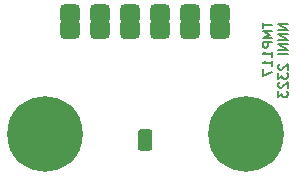
<source format=gbr>
%TF.GenerationSoftware,KiCad,Pcbnew,(7.0.0)*%
%TF.CreationDate,2023-06-10T23:31:31+02:00*%
%TF.ProjectId,TMP117 Breakout,544d5031-3137-4204-9272-65616b6f7574,rev?*%
%TF.SameCoordinates,Original*%
%TF.FileFunction,Soldermask,Bot*%
%TF.FilePolarity,Negative*%
%FSLAX46Y46*%
G04 Gerber Fmt 4.6, Leading zero omitted, Abs format (unit mm)*
G04 Created by KiCad (PCBNEW (7.0.0)) date 2023-06-10 23:31:31*
%MOMM*%
%LPD*%
G01*
G04 APERTURE LIST*
G04 Aperture macros list*
%AMRoundRect*
0 Rectangle with rounded corners*
0 $1 Rounding radius*
0 $2 $3 $4 $5 $6 $7 $8 $9 X,Y pos of 4 corners*
0 Add a 4 corners polygon primitive as box body*
4,1,4,$2,$3,$4,$5,$6,$7,$8,$9,$2,$3,0*
0 Add four circle primitives for the rounded corners*
1,1,$1+$1,$2,$3*
1,1,$1+$1,$4,$5*
1,1,$1+$1,$6,$7*
1,1,$1+$1,$8,$9*
0 Add four rect primitives between the rounded corners*
20,1,$1+$1,$2,$3,$4,$5,0*
20,1,$1+$1,$4,$5,$6,$7,0*
20,1,$1+$1,$6,$7,$8,$9,0*
20,1,$1+$1,$8,$9,$2,$3,0*%
G04 Aperture macros list end*
%ADD10C,0.152400*%
%ADD11C,0.800000*%
%ADD12C,6.400000*%
%ADD13RoundRect,0.425000X0.425000X-0.425000X0.425000X0.425000X-0.425000X0.425000X-0.425000X-0.425000X0*%
G04 APERTURE END LIST*
D10*
X149943583Y-90077409D02*
X149943583Y-90541866D01*
X150756383Y-90309638D02*
X149943583Y-90309638D01*
X150756383Y-90812799D02*
X149943583Y-90812799D01*
X149943583Y-90812799D02*
X150524154Y-91083733D01*
X150524154Y-91083733D02*
X149943583Y-91354666D01*
X149943583Y-91354666D02*
X150756383Y-91354666D01*
X150756383Y-91741713D02*
X149943583Y-91741713D01*
X149943583Y-91741713D02*
X149943583Y-92051351D01*
X149943583Y-92051351D02*
X149982288Y-92128761D01*
X149982288Y-92128761D02*
X150020992Y-92167466D01*
X150020992Y-92167466D02*
X150098402Y-92206170D01*
X150098402Y-92206170D02*
X150214516Y-92206170D01*
X150214516Y-92206170D02*
X150291926Y-92167466D01*
X150291926Y-92167466D02*
X150330630Y-92128761D01*
X150330630Y-92128761D02*
X150369335Y-92051351D01*
X150369335Y-92051351D02*
X150369335Y-91741713D01*
X150756383Y-92980266D02*
X150756383Y-92515809D01*
X150756383Y-92748037D02*
X149943583Y-92748037D01*
X149943583Y-92748037D02*
X150059697Y-92670628D01*
X150059697Y-92670628D02*
X150137107Y-92593218D01*
X150137107Y-92593218D02*
X150175811Y-92515809D01*
X150756383Y-93754361D02*
X150756383Y-93289904D01*
X150756383Y-93522132D02*
X149943583Y-93522132D01*
X149943583Y-93522132D02*
X150059697Y-93444723D01*
X150059697Y-93444723D02*
X150137107Y-93367313D01*
X150137107Y-93367313D02*
X150175811Y-93289904D01*
X149943583Y-94025294D02*
X149943583Y-94567160D01*
X149943583Y-94567160D02*
X150756383Y-94218818D01*
X152073119Y-90193523D02*
X151260319Y-90193523D01*
X151260319Y-90193523D02*
X152073119Y-90657980D01*
X152073119Y-90657980D02*
X151260319Y-90657980D01*
X152073119Y-91045028D02*
X151260319Y-91045028D01*
X151260319Y-91045028D02*
X152073119Y-91509485D01*
X152073119Y-91509485D02*
X151260319Y-91509485D01*
X152073119Y-91896533D02*
X151260319Y-91896533D01*
X151260319Y-91896533D02*
X152073119Y-92360990D01*
X152073119Y-92360990D02*
X151260319Y-92360990D01*
X152073119Y-92748038D02*
X151260319Y-92748038D01*
X151337728Y-93584062D02*
X151299024Y-93622766D01*
X151299024Y-93622766D02*
X151260319Y-93700176D01*
X151260319Y-93700176D02*
X151260319Y-93893700D01*
X151260319Y-93893700D02*
X151299024Y-93971109D01*
X151299024Y-93971109D02*
X151337728Y-94009814D01*
X151337728Y-94009814D02*
X151415138Y-94048519D01*
X151415138Y-94048519D02*
X151492547Y-94048519D01*
X151492547Y-94048519D02*
X151608662Y-94009814D01*
X151608662Y-94009814D02*
X152073119Y-93545357D01*
X152073119Y-93545357D02*
X152073119Y-94048519D01*
X151260319Y-94319452D02*
X151260319Y-94822614D01*
X151260319Y-94822614D02*
X151569957Y-94551680D01*
X151569957Y-94551680D02*
X151569957Y-94667795D01*
X151569957Y-94667795D02*
X151608662Y-94745204D01*
X151608662Y-94745204D02*
X151647366Y-94783909D01*
X151647366Y-94783909D02*
X151724776Y-94822614D01*
X151724776Y-94822614D02*
X151918300Y-94822614D01*
X151918300Y-94822614D02*
X151995709Y-94783909D01*
X151995709Y-94783909D02*
X152034414Y-94745204D01*
X152034414Y-94745204D02*
X152073119Y-94667795D01*
X152073119Y-94667795D02*
X152073119Y-94435566D01*
X152073119Y-94435566D02*
X152034414Y-94358157D01*
X152034414Y-94358157D02*
X151995709Y-94319452D01*
X151337728Y-95132252D02*
X151299024Y-95170956D01*
X151299024Y-95170956D02*
X151260319Y-95248366D01*
X151260319Y-95248366D02*
X151260319Y-95441890D01*
X151260319Y-95441890D02*
X151299024Y-95519299D01*
X151299024Y-95519299D02*
X151337728Y-95558004D01*
X151337728Y-95558004D02*
X151415138Y-95596709D01*
X151415138Y-95596709D02*
X151492547Y-95596709D01*
X151492547Y-95596709D02*
X151608662Y-95558004D01*
X151608662Y-95558004D02*
X152073119Y-95093547D01*
X152073119Y-95093547D02*
X152073119Y-95596709D01*
X151260319Y-95867642D02*
X151260319Y-96370804D01*
X151260319Y-96370804D02*
X151569957Y-96099870D01*
X151569957Y-96099870D02*
X151569957Y-96215985D01*
X151569957Y-96215985D02*
X151608662Y-96293394D01*
X151608662Y-96293394D02*
X151647366Y-96332099D01*
X151647366Y-96332099D02*
X151724776Y-96370804D01*
X151724776Y-96370804D02*
X151918300Y-96370804D01*
X151918300Y-96370804D02*
X151995709Y-96332099D01*
X151995709Y-96332099D02*
X152034414Y-96293394D01*
X152034414Y-96293394D02*
X152073119Y-96215985D01*
X152073119Y-96215985D02*
X152073119Y-95983756D01*
X152073119Y-95983756D02*
X152034414Y-95906347D01*
X152034414Y-95906347D02*
X151995709Y-95867642D01*
D11*
%TO.C,H1*%
X146100000Y-99500000D03*
X146802944Y-97802944D03*
X146802944Y-101197056D03*
X148500000Y-97100000D03*
D12*
X148500000Y-99500000D03*
D11*
X148500000Y-101900000D03*
X150197056Y-97802944D03*
X150197056Y-101197056D03*
X150900000Y-99500000D03*
%TD*%
%TO.C,H2*%
X129100000Y-99500000D03*
X129802944Y-97802944D03*
X129802944Y-101197056D03*
X131500000Y-97100000D03*
D12*
X131500000Y-99500000D03*
D11*
X131500000Y-101900000D03*
X133197056Y-97802944D03*
X133197056Y-101197056D03*
X133900000Y-99500000D03*
%TD*%
D13*
%TO.C,J1*%
X133650000Y-90635000D03*
X133650000Y-89365000D03*
X136190000Y-90635000D03*
X136190000Y-89365000D03*
X138730000Y-90635000D03*
X138730000Y-89365000D03*
X141270000Y-90635000D03*
X141270000Y-89365000D03*
X143810000Y-90635000D03*
X143810000Y-89365000D03*
X146350000Y-90635000D03*
X146350000Y-89365000D03*
%TD*%
G36*
X140352038Y-99101201D02*
G01*
X140431008Y-99116909D01*
X140453539Y-99126242D01*
X140515268Y-99167489D01*
X140532510Y-99184731D01*
X140573757Y-99246460D01*
X140583090Y-99268990D01*
X140598799Y-99347961D01*
X140600000Y-99360155D01*
X140600000Y-100639845D01*
X140598799Y-100652039D01*
X140583090Y-100731009D01*
X140573757Y-100753539D01*
X140532510Y-100815268D01*
X140515268Y-100832510D01*
X140453539Y-100873757D01*
X140431009Y-100883090D01*
X140352039Y-100898799D01*
X140339845Y-100900000D01*
X139660155Y-100900000D01*
X139647961Y-100898799D01*
X139568990Y-100883090D01*
X139546460Y-100873757D01*
X139484731Y-100832510D01*
X139467489Y-100815268D01*
X139426242Y-100753539D01*
X139416909Y-100731008D01*
X139401201Y-100652038D01*
X139400000Y-100639845D01*
X139400000Y-99360155D01*
X139401201Y-99347962D01*
X139416909Y-99268991D01*
X139426242Y-99246460D01*
X139467489Y-99184731D01*
X139484731Y-99167489D01*
X139546460Y-99126242D01*
X139568991Y-99116909D01*
X139647962Y-99101201D01*
X139660155Y-99100000D01*
X140339845Y-99100000D01*
X140352038Y-99101201D01*
G37*
M02*

</source>
